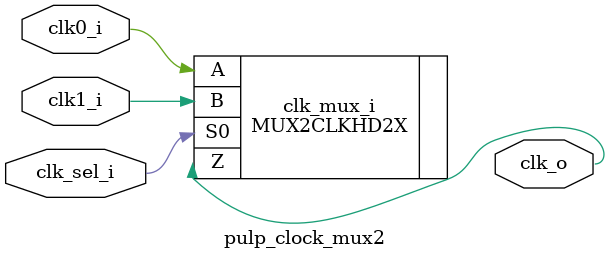
<source format=sv>
module pulp_clock_mux2
  (
   input  logic clk0_i,
   input  logic clk1_i,
   input  logic clk_sel_i,
   output logic clk_o
   );

`ifndef HVT_only   
   MUX2CLKHD2X clk_mux_i
     (
	    .A(clk0_i),
	    .B(clk1_i),
	    .S0(clk_sel_i),
	    .Z(clk_o)
	    );
`else
   MUX2CLKHD2XHT clk_mux_i
     (
	    .A(clk0_i),
	    .B(clk1_i),
	    .S0(clk_sel_i),
	    .Z(clk_o)
	    );
`endif
   
endmodule

</source>
